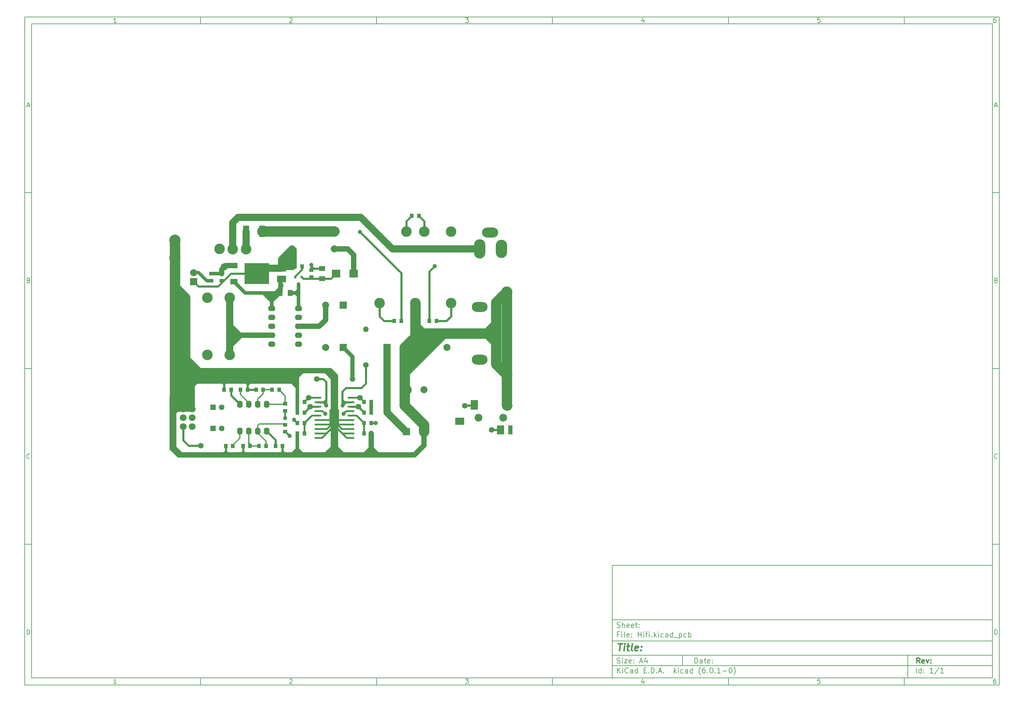
<source format=gtl>
G04 #@! TF.GenerationSoftware,KiCad,Pcbnew,(6.0.1-0)*
G04 #@! TF.CreationDate,2022-01-26T00:05:36+08:00*
G04 #@! TF.ProjectId,Hifi,48696669-2e6b-4696-9361-645f70636258,rev?*
G04 #@! TF.SameCoordinates,Original*
G04 #@! TF.FileFunction,Copper,L1,Top*
G04 #@! TF.FilePolarity,Positive*
%FSLAX46Y46*%
G04 Gerber Fmt 4.6, Leading zero omitted, Abs format (unit mm)*
G04 Created by KiCad (PCBNEW (6.0.1-0)) date 2022-01-26 00:05:36*
%MOMM*%
%LPD*%
G01*
G04 APERTURE LIST*
%ADD10C,0.100000*%
%ADD11C,0.150000*%
%ADD12C,0.300000*%
%ADD13C,0.400000*%
G04 #@! TA.AperFunction,SMDPad,CuDef*
%ADD14R,1.000000X1.250000*%
G04 #@! TD*
G04 #@! TA.AperFunction,ComponentPad*
%ADD15R,2.000000X2.000000*%
G04 #@! TD*
G04 #@! TA.AperFunction,ComponentPad*
%ADD16C,2.000000*%
G04 #@! TD*
G04 #@! TA.AperFunction,SMDPad,CuDef*
%ADD17R,1.800000X3.200000*%
G04 #@! TD*
G04 #@! TA.AperFunction,ComponentPad*
%ADD18C,1.600000*%
G04 #@! TD*
G04 #@! TA.AperFunction,ComponentPad*
%ADD19O,1.600000X1.600000*%
G04 #@! TD*
G04 #@! TA.AperFunction,SMDPad,CuDef*
%ADD20R,1.950000X0.600000*%
G04 #@! TD*
G04 #@! TA.AperFunction,ComponentPad*
%ADD21C,1.000000*%
G04 #@! TD*
G04 #@! TA.AperFunction,SMDPad,CuDef*
%ADD22R,2.800000X4.800000*%
G04 #@! TD*
G04 #@! TA.AperFunction,ComponentPad*
%ADD23O,1.600000X2.100000*%
G04 #@! TD*
G04 #@! TA.AperFunction,ComponentPad*
%ADD24O,2.000000X1.800000*%
G04 #@! TD*
G04 #@! TA.AperFunction,ComponentPad*
%ADD25O,3.000000X3.000000*%
G04 #@! TD*
G04 #@! TA.AperFunction,ComponentPad*
%ADD26O,2.200000X2.200000*%
G04 #@! TD*
G04 #@! TA.AperFunction,SMDPad,CuDef*
%ADD27R,2.000000X2.500000*%
G04 #@! TD*
G04 #@! TA.AperFunction,SMDPad,CuDef*
%ADD28R,2.000000X2.800000*%
G04 #@! TD*
G04 #@! TA.AperFunction,SMDPad,CuDef*
%ADD29R,2.500000X2.000000*%
G04 #@! TD*
G04 #@! TA.AperFunction,SMDPad,CuDef*
%ADD30R,1.200000X2.500000*%
G04 #@! TD*
G04 #@! TA.AperFunction,ComponentPad*
%ADD31C,3.200000*%
G04 #@! TD*
G04 #@! TA.AperFunction,ComponentPad*
%ADD32O,2.800000X4.500000*%
G04 #@! TD*
G04 #@! TA.AperFunction,ComponentPad*
%ADD33O,4.500000X2.800000*%
G04 #@! TD*
G04 #@! TA.AperFunction,ComponentPad*
%ADD34O,3.200000X5.500000*%
G04 #@! TD*
G04 #@! TA.AperFunction,ComponentPad*
%ADD35O,3.200000X5.200000*%
G04 #@! TD*
G04 #@! TA.AperFunction,ComponentPad*
%ADD36O,4.600000X2.800000*%
G04 #@! TD*
G04 #@! TA.AperFunction,ComponentPad*
%ADD37C,3.000000*%
G04 #@! TD*
G04 #@! TA.AperFunction,ComponentPad*
%ADD38O,2.100000X1.600000*%
G04 #@! TD*
G04 #@! TA.AperFunction,SMDPad,CuDef*
%ADD39R,2.000000X1.500000*%
G04 #@! TD*
G04 #@! TA.AperFunction,SMDPad,CuDef*
%ADD40R,7.000000X6.000000*%
G04 #@! TD*
G04 #@! TA.AperFunction,SMDPad,CuDef*
%ADD41R,1.250000X1.000000*%
G04 #@! TD*
G04 #@! TA.AperFunction,SMDPad,CuDef*
%ADD42R,2.370000X2.230000*%
G04 #@! TD*
G04 #@! TA.AperFunction,SMDPad,CuDef*
%ADD43R,1.700000X1.360000*%
G04 #@! TD*
G04 #@! TA.AperFunction,SMDPad,CuDef*
%ADD44R,1.360000X1.700000*%
G04 #@! TD*
G04 #@! TA.AperFunction,SMDPad,CuDef*
%ADD45R,0.800100X0.800100*%
G04 #@! TD*
G04 #@! TA.AperFunction,SMDPad,CuDef*
%ADD46R,2.499360X1.950720*%
G04 #@! TD*
G04 #@! TA.AperFunction,ComponentPad*
%ADD47R,1.600000X1.600000*%
G04 #@! TD*
G04 #@! TA.AperFunction,ViaPad*
%ADD48C,1.200000*%
G04 #@! TD*
G04 #@! TA.AperFunction,ViaPad*
%ADD49C,1.600000*%
G04 #@! TD*
G04 #@! TA.AperFunction,ViaPad*
%ADD50C,2.000000*%
G04 #@! TD*
G04 #@! TA.AperFunction,Conductor*
%ADD51C,0.254000*%
G04 #@! TD*
G04 #@! TA.AperFunction,Conductor*
%ADD52C,0.500000*%
G04 #@! TD*
G04 #@! TA.AperFunction,Conductor*
%ADD53C,1.000000*%
G04 #@! TD*
G04 #@! TA.AperFunction,Conductor*
%ADD54C,3.000000*%
G04 #@! TD*
G04 #@! TA.AperFunction,Conductor*
%ADD55C,1.500000*%
G04 #@! TD*
G04 #@! TA.AperFunction,Conductor*
%ADD56C,0.600000*%
G04 #@! TD*
G04 #@! TA.AperFunction,Conductor*
%ADD57C,1.200000*%
G04 #@! TD*
G04 #@! TA.AperFunction,Conductor*
%ADD58C,0.300000*%
G04 #@! TD*
G04 #@! TA.AperFunction,Conductor*
%ADD59C,2.000000*%
G04 #@! TD*
G04 APERTURE END LIST*
D10*
D11*
X177002200Y-166007200D02*
X177002200Y-198007200D01*
X285002200Y-198007200D01*
X285002200Y-166007200D01*
X177002200Y-166007200D01*
D10*
D11*
X10000000Y-10000000D02*
X10000000Y-200007200D01*
X287002200Y-200007200D01*
X287002200Y-10000000D01*
X10000000Y-10000000D01*
D10*
D11*
X12000000Y-12000000D02*
X12000000Y-198007200D01*
X285002200Y-198007200D01*
X285002200Y-12000000D01*
X12000000Y-12000000D01*
D10*
D11*
X60000000Y-12000000D02*
X60000000Y-10000000D01*
D10*
D11*
X110000000Y-12000000D02*
X110000000Y-10000000D01*
D10*
D11*
X160000000Y-12000000D02*
X160000000Y-10000000D01*
D10*
D11*
X210000000Y-12000000D02*
X210000000Y-10000000D01*
D10*
D11*
X260000000Y-12000000D02*
X260000000Y-10000000D01*
D10*
D11*
X36065476Y-11588095D02*
X35322619Y-11588095D01*
X35694047Y-11588095D02*
X35694047Y-10288095D01*
X35570238Y-10473809D01*
X35446428Y-10597619D01*
X35322619Y-10659523D01*
D10*
D11*
X85322619Y-10411904D02*
X85384523Y-10350000D01*
X85508333Y-10288095D01*
X85817857Y-10288095D01*
X85941666Y-10350000D01*
X86003571Y-10411904D01*
X86065476Y-10535714D01*
X86065476Y-10659523D01*
X86003571Y-10845238D01*
X85260714Y-11588095D01*
X86065476Y-11588095D01*
D10*
D11*
X135260714Y-10288095D02*
X136065476Y-10288095D01*
X135632142Y-10783333D01*
X135817857Y-10783333D01*
X135941666Y-10845238D01*
X136003571Y-10907142D01*
X136065476Y-11030952D01*
X136065476Y-11340476D01*
X136003571Y-11464285D01*
X135941666Y-11526190D01*
X135817857Y-11588095D01*
X135446428Y-11588095D01*
X135322619Y-11526190D01*
X135260714Y-11464285D01*
D10*
D11*
X185941666Y-10721428D02*
X185941666Y-11588095D01*
X185632142Y-10226190D02*
X185322619Y-11154761D01*
X186127380Y-11154761D01*
D10*
D11*
X236003571Y-10288095D02*
X235384523Y-10288095D01*
X235322619Y-10907142D01*
X235384523Y-10845238D01*
X235508333Y-10783333D01*
X235817857Y-10783333D01*
X235941666Y-10845238D01*
X236003571Y-10907142D01*
X236065476Y-11030952D01*
X236065476Y-11340476D01*
X236003571Y-11464285D01*
X235941666Y-11526190D01*
X235817857Y-11588095D01*
X235508333Y-11588095D01*
X235384523Y-11526190D01*
X235322619Y-11464285D01*
D10*
D11*
X285941666Y-10288095D02*
X285694047Y-10288095D01*
X285570238Y-10350000D01*
X285508333Y-10411904D01*
X285384523Y-10597619D01*
X285322619Y-10845238D01*
X285322619Y-11340476D01*
X285384523Y-11464285D01*
X285446428Y-11526190D01*
X285570238Y-11588095D01*
X285817857Y-11588095D01*
X285941666Y-11526190D01*
X286003571Y-11464285D01*
X286065476Y-11340476D01*
X286065476Y-11030952D01*
X286003571Y-10907142D01*
X285941666Y-10845238D01*
X285817857Y-10783333D01*
X285570238Y-10783333D01*
X285446428Y-10845238D01*
X285384523Y-10907142D01*
X285322619Y-11030952D01*
D10*
D11*
X60000000Y-198007200D02*
X60000000Y-200007200D01*
D10*
D11*
X110000000Y-198007200D02*
X110000000Y-200007200D01*
D10*
D11*
X160000000Y-198007200D02*
X160000000Y-200007200D01*
D10*
D11*
X210000000Y-198007200D02*
X210000000Y-200007200D01*
D10*
D11*
X260000000Y-198007200D02*
X260000000Y-200007200D01*
D10*
D11*
X36065476Y-199595295D02*
X35322619Y-199595295D01*
X35694047Y-199595295D02*
X35694047Y-198295295D01*
X35570238Y-198481009D01*
X35446428Y-198604819D01*
X35322619Y-198666723D01*
D10*
D11*
X85322619Y-198419104D02*
X85384523Y-198357200D01*
X85508333Y-198295295D01*
X85817857Y-198295295D01*
X85941666Y-198357200D01*
X86003571Y-198419104D01*
X86065476Y-198542914D01*
X86065476Y-198666723D01*
X86003571Y-198852438D01*
X85260714Y-199595295D01*
X86065476Y-199595295D01*
D10*
D11*
X135260714Y-198295295D02*
X136065476Y-198295295D01*
X135632142Y-198790533D01*
X135817857Y-198790533D01*
X135941666Y-198852438D01*
X136003571Y-198914342D01*
X136065476Y-199038152D01*
X136065476Y-199347676D01*
X136003571Y-199471485D01*
X135941666Y-199533390D01*
X135817857Y-199595295D01*
X135446428Y-199595295D01*
X135322619Y-199533390D01*
X135260714Y-199471485D01*
D10*
D11*
X185941666Y-198728628D02*
X185941666Y-199595295D01*
X185632142Y-198233390D02*
X185322619Y-199161961D01*
X186127380Y-199161961D01*
D10*
D11*
X236003571Y-198295295D02*
X235384523Y-198295295D01*
X235322619Y-198914342D01*
X235384523Y-198852438D01*
X235508333Y-198790533D01*
X235817857Y-198790533D01*
X235941666Y-198852438D01*
X236003571Y-198914342D01*
X236065476Y-199038152D01*
X236065476Y-199347676D01*
X236003571Y-199471485D01*
X235941666Y-199533390D01*
X235817857Y-199595295D01*
X235508333Y-199595295D01*
X235384523Y-199533390D01*
X235322619Y-199471485D01*
D10*
D11*
X285941666Y-198295295D02*
X285694047Y-198295295D01*
X285570238Y-198357200D01*
X285508333Y-198419104D01*
X285384523Y-198604819D01*
X285322619Y-198852438D01*
X285322619Y-199347676D01*
X285384523Y-199471485D01*
X285446428Y-199533390D01*
X285570238Y-199595295D01*
X285817857Y-199595295D01*
X285941666Y-199533390D01*
X286003571Y-199471485D01*
X286065476Y-199347676D01*
X286065476Y-199038152D01*
X286003571Y-198914342D01*
X285941666Y-198852438D01*
X285817857Y-198790533D01*
X285570238Y-198790533D01*
X285446428Y-198852438D01*
X285384523Y-198914342D01*
X285322619Y-199038152D01*
D10*
D11*
X10000000Y-60000000D02*
X12000000Y-60000000D01*
D10*
D11*
X10000000Y-110000000D02*
X12000000Y-110000000D01*
D10*
D11*
X10000000Y-160000000D02*
X12000000Y-160000000D01*
D10*
D11*
X10690476Y-35216666D02*
X11309523Y-35216666D01*
X10566666Y-35588095D02*
X11000000Y-34288095D01*
X11433333Y-35588095D01*
D10*
D11*
X11092857Y-84907142D02*
X11278571Y-84969047D01*
X11340476Y-85030952D01*
X11402380Y-85154761D01*
X11402380Y-85340476D01*
X11340476Y-85464285D01*
X11278571Y-85526190D01*
X11154761Y-85588095D01*
X10659523Y-85588095D01*
X10659523Y-84288095D01*
X11092857Y-84288095D01*
X11216666Y-84350000D01*
X11278571Y-84411904D01*
X11340476Y-84535714D01*
X11340476Y-84659523D01*
X11278571Y-84783333D01*
X11216666Y-84845238D01*
X11092857Y-84907142D01*
X10659523Y-84907142D01*
D10*
D11*
X11402380Y-135464285D02*
X11340476Y-135526190D01*
X11154761Y-135588095D01*
X11030952Y-135588095D01*
X10845238Y-135526190D01*
X10721428Y-135402380D01*
X10659523Y-135278571D01*
X10597619Y-135030952D01*
X10597619Y-134845238D01*
X10659523Y-134597619D01*
X10721428Y-134473809D01*
X10845238Y-134350000D01*
X11030952Y-134288095D01*
X11154761Y-134288095D01*
X11340476Y-134350000D01*
X11402380Y-134411904D01*
D10*
D11*
X10659523Y-185588095D02*
X10659523Y-184288095D01*
X10969047Y-184288095D01*
X11154761Y-184350000D01*
X11278571Y-184473809D01*
X11340476Y-184597619D01*
X11402380Y-184845238D01*
X11402380Y-185030952D01*
X11340476Y-185278571D01*
X11278571Y-185402380D01*
X11154761Y-185526190D01*
X10969047Y-185588095D01*
X10659523Y-185588095D01*
D10*
D11*
X287002200Y-60000000D02*
X285002200Y-60000000D01*
D10*
D11*
X287002200Y-110000000D02*
X285002200Y-110000000D01*
D10*
D11*
X287002200Y-160000000D02*
X285002200Y-160000000D01*
D10*
D11*
X285692676Y-35216666D02*
X286311723Y-35216666D01*
X285568866Y-35588095D02*
X286002200Y-34288095D01*
X286435533Y-35588095D01*
D10*
D11*
X286095057Y-84907142D02*
X286280771Y-84969047D01*
X286342676Y-85030952D01*
X286404580Y-85154761D01*
X286404580Y-85340476D01*
X286342676Y-85464285D01*
X286280771Y-85526190D01*
X286156961Y-85588095D01*
X285661723Y-85588095D01*
X285661723Y-84288095D01*
X286095057Y-84288095D01*
X286218866Y-84350000D01*
X286280771Y-84411904D01*
X286342676Y-84535714D01*
X286342676Y-84659523D01*
X286280771Y-84783333D01*
X286218866Y-84845238D01*
X286095057Y-84907142D01*
X285661723Y-84907142D01*
D10*
D11*
X286404580Y-135464285D02*
X286342676Y-135526190D01*
X286156961Y-135588095D01*
X286033152Y-135588095D01*
X285847438Y-135526190D01*
X285723628Y-135402380D01*
X285661723Y-135278571D01*
X285599819Y-135030952D01*
X285599819Y-134845238D01*
X285661723Y-134597619D01*
X285723628Y-134473809D01*
X285847438Y-134350000D01*
X286033152Y-134288095D01*
X286156961Y-134288095D01*
X286342676Y-134350000D01*
X286404580Y-134411904D01*
D10*
D11*
X285661723Y-185588095D02*
X285661723Y-184288095D01*
X285971247Y-184288095D01*
X286156961Y-184350000D01*
X286280771Y-184473809D01*
X286342676Y-184597619D01*
X286404580Y-184845238D01*
X286404580Y-185030952D01*
X286342676Y-185278571D01*
X286280771Y-185402380D01*
X286156961Y-185526190D01*
X285971247Y-185588095D01*
X285661723Y-185588095D01*
D10*
D11*
X200434342Y-193785771D02*
X200434342Y-192285771D01*
X200791485Y-192285771D01*
X201005771Y-192357200D01*
X201148628Y-192500057D01*
X201220057Y-192642914D01*
X201291485Y-192928628D01*
X201291485Y-193142914D01*
X201220057Y-193428628D01*
X201148628Y-193571485D01*
X201005771Y-193714342D01*
X200791485Y-193785771D01*
X200434342Y-193785771D01*
X202577200Y-193785771D02*
X202577200Y-193000057D01*
X202505771Y-192857200D01*
X202362914Y-192785771D01*
X202077200Y-192785771D01*
X201934342Y-192857200D01*
X202577200Y-193714342D02*
X202434342Y-193785771D01*
X202077200Y-193785771D01*
X201934342Y-193714342D01*
X201862914Y-193571485D01*
X201862914Y-193428628D01*
X201934342Y-193285771D01*
X202077200Y-193214342D01*
X202434342Y-193214342D01*
X202577200Y-193142914D01*
X203077200Y-192785771D02*
X203648628Y-192785771D01*
X203291485Y-192285771D02*
X203291485Y-193571485D01*
X203362914Y-193714342D01*
X203505771Y-193785771D01*
X203648628Y-193785771D01*
X204720057Y-193714342D02*
X204577200Y-193785771D01*
X204291485Y-193785771D01*
X204148628Y-193714342D01*
X204077200Y-193571485D01*
X204077200Y-193000057D01*
X204148628Y-192857200D01*
X204291485Y-192785771D01*
X204577200Y-192785771D01*
X204720057Y-192857200D01*
X204791485Y-193000057D01*
X204791485Y-193142914D01*
X204077200Y-193285771D01*
X205434342Y-193642914D02*
X205505771Y-193714342D01*
X205434342Y-193785771D01*
X205362914Y-193714342D01*
X205434342Y-193642914D01*
X205434342Y-193785771D01*
X205434342Y-192857200D02*
X205505771Y-192928628D01*
X205434342Y-193000057D01*
X205362914Y-192928628D01*
X205434342Y-192857200D01*
X205434342Y-193000057D01*
D10*
D11*
X177002200Y-194507200D02*
X285002200Y-194507200D01*
D10*
D11*
X178434342Y-196585771D02*
X178434342Y-195085771D01*
X179291485Y-196585771D02*
X178648628Y-195728628D01*
X179291485Y-195085771D02*
X178434342Y-195942914D01*
X179934342Y-196585771D02*
X179934342Y-195585771D01*
X179934342Y-195085771D02*
X179862914Y-195157200D01*
X179934342Y-195228628D01*
X180005771Y-195157200D01*
X179934342Y-195085771D01*
X179934342Y-195228628D01*
X181505771Y-196442914D02*
X181434342Y-196514342D01*
X181220057Y-196585771D01*
X181077200Y-196585771D01*
X180862914Y-196514342D01*
X180720057Y-196371485D01*
X180648628Y-196228628D01*
X180577200Y-195942914D01*
X180577200Y-195728628D01*
X180648628Y-195442914D01*
X180720057Y-195300057D01*
X180862914Y-195157200D01*
X181077200Y-195085771D01*
X181220057Y-195085771D01*
X181434342Y-195157200D01*
X181505771Y-195228628D01*
X182791485Y-196585771D02*
X182791485Y-195800057D01*
X182720057Y-195657200D01*
X182577200Y-195585771D01*
X182291485Y-195585771D01*
X182148628Y-195657200D01*
X182791485Y-196514342D02*
X182648628Y-196585771D01*
X182291485Y-196585771D01*
X182148628Y-196514342D01*
X182077200Y-196371485D01*
X182077200Y-196228628D01*
X182148628Y-196085771D01*
X182291485Y-196014342D01*
X182648628Y-196014342D01*
X182791485Y-195942914D01*
X184148628Y-196585771D02*
X184148628Y-195085771D01*
X184148628Y-196514342D02*
X184005771Y-196585771D01*
X183720057Y-196585771D01*
X183577200Y-196514342D01*
X183505771Y-196442914D01*
X183434342Y-196300057D01*
X183434342Y-195871485D01*
X183505771Y-195728628D01*
X183577200Y-195657200D01*
X183720057Y-195585771D01*
X184005771Y-195585771D01*
X184148628Y-195657200D01*
X186005771Y-195800057D02*
X186505771Y-195800057D01*
X186720057Y-196585771D02*
X186005771Y-196585771D01*
X186005771Y-195085771D01*
X186720057Y-195085771D01*
X187362914Y-196442914D02*
X187434342Y-196514342D01*
X187362914Y-196585771D01*
X187291485Y-196514342D01*
X187362914Y-196442914D01*
X187362914Y-196585771D01*
X188077200Y-196585771D02*
X188077200Y-195085771D01*
X188434342Y-195085771D01*
X188648628Y-195157200D01*
X188791485Y-195300057D01*
X188862914Y-195442914D01*
X188934342Y-195728628D01*
X188934342Y-195942914D01*
X188862914Y-196228628D01*
X188791485Y-196371485D01*
X188648628Y-196514342D01*
X188434342Y-196585771D01*
X188077200Y-196585771D01*
X189577200Y-196442914D02*
X189648628Y-196514342D01*
X189577200Y-196585771D01*
X189505771Y-196514342D01*
X189577200Y-196442914D01*
X189577200Y-196585771D01*
X190220057Y-196157200D02*
X190934342Y-196157200D01*
X190077200Y-196585771D02*
X190577200Y-195085771D01*
X191077200Y-196585771D01*
X191577200Y-196442914D02*
X191648628Y-196514342D01*
X191577200Y-196585771D01*
X191505771Y-196514342D01*
X191577200Y-196442914D01*
X191577200Y-196585771D01*
X194577200Y-196585771D02*
X194577200Y-195085771D01*
X194720057Y-196014342D02*
X195148628Y-196585771D01*
X195148628Y-195585771D02*
X194577200Y-196157200D01*
X195791485Y-196585771D02*
X195791485Y-195585771D01*
X195791485Y-195085771D02*
X195720057Y-195157200D01*
X195791485Y-195228628D01*
X195862914Y-195157200D01*
X195791485Y-195085771D01*
X195791485Y-195228628D01*
X197148628Y-196514342D02*
X197005771Y-196585771D01*
X196720057Y-196585771D01*
X196577200Y-196514342D01*
X196505771Y-196442914D01*
X196434342Y-196300057D01*
X196434342Y-195871485D01*
X196505771Y-195728628D01*
X196577200Y-195657200D01*
X196720057Y-195585771D01*
X197005771Y-195585771D01*
X197148628Y-195657200D01*
X198434342Y-196585771D02*
X198434342Y-195800057D01*
X198362914Y-195657200D01*
X198220057Y-195585771D01*
X197934342Y-195585771D01*
X197791485Y-195657200D01*
X198434342Y-196514342D02*
X198291485Y-196585771D01*
X197934342Y-196585771D01*
X197791485Y-196514342D01*
X197720057Y-196371485D01*
X197720057Y-196228628D01*
X197791485Y-196085771D01*
X197934342Y-196014342D01*
X198291485Y-196014342D01*
X198434342Y-195942914D01*
X199791485Y-196585771D02*
X199791485Y-195085771D01*
X199791485Y-196514342D02*
X199648628Y-196585771D01*
X199362914Y-196585771D01*
X199220057Y-196514342D01*
X199148628Y-196442914D01*
X199077200Y-196300057D01*
X199077200Y-195871485D01*
X199148628Y-195728628D01*
X199220057Y-195657200D01*
X199362914Y-195585771D01*
X199648628Y-195585771D01*
X199791485Y-195657200D01*
X202077200Y-197157200D02*
X202005771Y-197085771D01*
X201862914Y-196871485D01*
X201791485Y-196728628D01*
X201720057Y-196514342D01*
X201648628Y-196157200D01*
X201648628Y-195871485D01*
X201720057Y-195514342D01*
X201791485Y-195300057D01*
X201862914Y-195157200D01*
X202005771Y-194942914D01*
X202077200Y-194871485D01*
X203291485Y-195085771D02*
X203005771Y-195085771D01*
X202862914Y-195157200D01*
X202791485Y-195228628D01*
X202648628Y-195442914D01*
X202577200Y-195728628D01*
X202577200Y-196300057D01*
X202648628Y-196442914D01*
X202720057Y-196514342D01*
X202862914Y-196585771D01*
X203148628Y-196585771D01*
X203291485Y-196514342D01*
X203362914Y-196442914D01*
X203434342Y-196300057D01*
X203434342Y-195942914D01*
X203362914Y-195800057D01*
X203291485Y-195728628D01*
X203148628Y-195657200D01*
X202862914Y-195657200D01*
X202720057Y-195728628D01*
X202648628Y-195800057D01*
X202577200Y-195942914D01*
X204077200Y-196442914D02*
X204148628Y-196514342D01*
X204077200Y-196585771D01*
X204005771Y-196514342D01*
X204077200Y-196442914D01*
X204077200Y-196585771D01*
X205077200Y-195085771D02*
X205220057Y-195085771D01*
X205362914Y-195157200D01*
X205434342Y-195228628D01*
X205505771Y-195371485D01*
X205577200Y-195657200D01*
X205577200Y-196014342D01*
X205505771Y-196300057D01*
X205434342Y-196442914D01*
X205362914Y-196514342D01*
X205220057Y-196585771D01*
X205077200Y-196585771D01*
X204934342Y-196514342D01*
X204862914Y-196442914D01*
X204791485Y-196300057D01*
X204720057Y-196014342D01*
X204720057Y-195657200D01*
X204791485Y-195371485D01*
X204862914Y-195228628D01*
X204934342Y-195157200D01*
X205077200Y-195085771D01*
X206220057Y-196442914D02*
X206291485Y-196514342D01*
X206220057Y-196585771D01*
X206148628Y-196514342D01*
X206220057Y-196442914D01*
X206220057Y-196585771D01*
X207720057Y-196585771D02*
X206862914Y-196585771D01*
X207291485Y-196585771D02*
X207291485Y-195085771D01*
X207148628Y-195300057D01*
X207005771Y-195442914D01*
X206862914Y-195514342D01*
X208362914Y-196014342D02*
X209505771Y-196014342D01*
X210505771Y-195085771D02*
X210648628Y-195085771D01*
X210791485Y-195157200D01*
X210862914Y-195228628D01*
X210934342Y-195371485D01*
X211005771Y-195657200D01*
X211005771Y-196014342D01*
X210934342Y-196300057D01*
X210862914Y-196442914D01*
X210791485Y-196514342D01*
X210648628Y-196585771D01*
X210505771Y-196585771D01*
X210362914Y-196514342D01*
X210291485Y-196442914D01*
X210220057Y-196300057D01*
X210148628Y-196014342D01*
X210148628Y-195657200D01*
X210220057Y-195371485D01*
X210291485Y-195228628D01*
X210362914Y-195157200D01*
X210505771Y-195085771D01*
X211505771Y-197157200D02*
X211577200Y-197085771D01*
X211720057Y-196871485D01*
X211791485Y-196728628D01*
X211862914Y-196514342D01*
X211934342Y-196157200D01*
X211934342Y-195871485D01*
X211862914Y-195514342D01*
X211791485Y-195300057D01*
X211720057Y-195157200D01*
X211577200Y-194942914D01*
X211505771Y-194871485D01*
D10*
D11*
X177002200Y-191507200D02*
X285002200Y-191507200D01*
D10*
D12*
X264411485Y-193785771D02*
X263911485Y-193071485D01*
X263554342Y-193785771D02*
X263554342Y-192285771D01*
X264125771Y-192285771D01*
X264268628Y-192357200D01*
X264340057Y-192428628D01*
X264411485Y-192571485D01*
X264411485Y-192785771D01*
X264340057Y-192928628D01*
X264268628Y-193000057D01*
X264125771Y-193071485D01*
X263554342Y-193071485D01*
X265625771Y-193714342D02*
X265482914Y-193785771D01*
X265197200Y-193785771D01*
X265054342Y-193714342D01*
X264982914Y-193571485D01*
X264982914Y-193000057D01*
X265054342Y-192857200D01*
X265197200Y-192785771D01*
X265482914Y-192785771D01*
X265625771Y-192857200D01*
X265697200Y-193000057D01*
X265697200Y-193142914D01*
X264982914Y-193285771D01*
X266197200Y-192785771D02*
X266554342Y-193785771D01*
X266911485Y-192785771D01*
X267482914Y-193642914D02*
X267554342Y-193714342D01*
X267482914Y-193785771D01*
X267411485Y-193714342D01*
X267482914Y-193642914D01*
X267482914Y-193785771D01*
X267482914Y-192857200D02*
X267554342Y-192928628D01*
X267482914Y-193000057D01*
X267411485Y-192928628D01*
X267482914Y-192857200D01*
X267482914Y-193000057D01*
D10*
D11*
X178362914Y-193714342D02*
X178577200Y-193785771D01*
X178934342Y-193785771D01*
X179077200Y-193714342D01*
X179148628Y-193642914D01*
X179220057Y-193500057D01*
X179220057Y-193357200D01*
X179148628Y-193214342D01*
X179077200Y-193142914D01*
X178934342Y-193071485D01*
X178648628Y-193000057D01*
X178505771Y-192928628D01*
X178434342Y-192857200D01*
X178362914Y-192714342D01*
X178362914Y-192571485D01*
X178434342Y-192428628D01*
X178505771Y-192357200D01*
X178648628Y-192285771D01*
X179005771Y-192285771D01*
X179220057Y-192357200D01*
X179862914Y-193785771D02*
X179862914Y-192785771D01*
X179862914Y-192285771D02*
X179791485Y-192357200D01*
X179862914Y-192428628D01*
X179934342Y-192357200D01*
X179862914Y-192285771D01*
X179862914Y-192428628D01*
X180434342Y-192785771D02*
X181220057Y-192785771D01*
X180434342Y-193785771D01*
X181220057Y-193785771D01*
X182362914Y-193714342D02*
X182220057Y-193785771D01*
X181934342Y-193785771D01*
X181791485Y-193714342D01*
X181720057Y-193571485D01*
X181720057Y-193000057D01*
X181791485Y-192857200D01*
X181934342Y-192785771D01*
X182220057Y-192785771D01*
X182362914Y-192857200D01*
X182434342Y-193000057D01*
X182434342Y-193142914D01*
X181720057Y-193285771D01*
X183077200Y-193642914D02*
X183148628Y-193714342D01*
X183077200Y-193785771D01*
X183005771Y-193714342D01*
X183077200Y-193642914D01*
X183077200Y-193785771D01*
X183077200Y-192857200D02*
X183148628Y-192928628D01*
X183077200Y-193000057D01*
X183005771Y-192928628D01*
X183077200Y-192857200D01*
X183077200Y-193000057D01*
X184862914Y-193357200D02*
X185577200Y-193357200D01*
X184720057Y-193785771D02*
X185220057Y-192285771D01*
X185720057Y-193785771D01*
X186862914Y-192785771D02*
X186862914Y-193785771D01*
X186505771Y-192214342D02*
X186148628Y-193285771D01*
X187077200Y-193285771D01*
D10*
D11*
X263434342Y-196585771D02*
X263434342Y-195085771D01*
X264791485Y-196585771D02*
X264791485Y-195085771D01*
X264791485Y-196514342D02*
X264648628Y-196585771D01*
X264362914Y-196585771D01*
X264220057Y-196514342D01*
X264148628Y-196442914D01*
X264077200Y-196300057D01*
X264077200Y-195871485D01*
X264148628Y-195728628D01*
X264220057Y-195657200D01*
X264362914Y-195585771D01*
X264648628Y-195585771D01*
X264791485Y-195657200D01*
X265505771Y-196442914D02*
X265577200Y-196514342D01*
X265505771Y-196585771D01*
X265434342Y-196514342D01*
X265505771Y-196442914D01*
X265505771Y-196585771D01*
X265505771Y-195657200D02*
X265577200Y-195728628D01*
X265505771Y-195800057D01*
X265434342Y-195728628D01*
X265505771Y-195657200D01*
X265505771Y-195800057D01*
X268148628Y-196585771D02*
X267291485Y-196585771D01*
X267720057Y-196585771D02*
X267720057Y-195085771D01*
X267577200Y-195300057D01*
X267434342Y-195442914D01*
X267291485Y-195514342D01*
X269862914Y-195014342D02*
X268577200Y-196942914D01*
X271148628Y-196585771D02*
X270291485Y-196585771D01*
X270720057Y-196585771D02*
X270720057Y-195085771D01*
X270577200Y-195300057D01*
X270434342Y-195442914D01*
X270291485Y-195514342D01*
D10*
D11*
X177002200Y-187507200D02*
X285002200Y-187507200D01*
D10*
D13*
X178714580Y-188211961D02*
X179857438Y-188211961D01*
X179036009Y-190211961D02*
X179286009Y-188211961D01*
X180274104Y-190211961D02*
X180440771Y-188878628D01*
X180524104Y-188211961D02*
X180416961Y-188307200D01*
X180500295Y-188402438D01*
X180607438Y-188307200D01*
X180524104Y-188211961D01*
X180500295Y-188402438D01*
X181107438Y-188878628D02*
X181869342Y-188878628D01*
X181476485Y-188211961D02*
X181262200Y-189926247D01*
X181333628Y-190116723D01*
X181512200Y-190211961D01*
X181702676Y-190211961D01*
X182655057Y-190211961D02*
X182476485Y-190116723D01*
X182405057Y-189926247D01*
X182619342Y-188211961D01*
X184190771Y-190116723D02*
X183988390Y-190211961D01*
X183607438Y-190211961D01*
X183428866Y-190116723D01*
X183357438Y-189926247D01*
X183452676Y-189164342D01*
X183571723Y-188973866D01*
X183774104Y-188878628D01*
X184155057Y-188878628D01*
X184333628Y-188973866D01*
X184405057Y-189164342D01*
X184381247Y-189354819D01*
X183405057Y-189545295D01*
X185155057Y-190021485D02*
X185238390Y-190116723D01*
X185131247Y-190211961D01*
X185047914Y-190116723D01*
X185155057Y-190021485D01*
X185131247Y-190211961D01*
X185286009Y-188973866D02*
X185369342Y-189069104D01*
X185262200Y-189164342D01*
X185178866Y-189069104D01*
X185286009Y-188973866D01*
X185262200Y-189164342D01*
D10*
D11*
X178934342Y-185600057D02*
X178434342Y-185600057D01*
X178434342Y-186385771D02*
X178434342Y-184885771D01*
X179148628Y-184885771D01*
X179720057Y-186385771D02*
X179720057Y-185385771D01*
X179720057Y-184885771D02*
X179648628Y-184957200D01*
X179720057Y-185028628D01*
X179791485Y-184957200D01*
X179720057Y-184885771D01*
X179720057Y-185028628D01*
X180648628Y-186385771D02*
X180505771Y-186314342D01*
X180434342Y-186171485D01*
X180434342Y-184885771D01*
X181791485Y-186314342D02*
X181648628Y-186385771D01*
X181362914Y-186385771D01*
X181220057Y-186314342D01*
X181148628Y-186171485D01*
X181148628Y-185600057D01*
X181220057Y-185457200D01*
X181362914Y-185385771D01*
X181648628Y-185385771D01*
X181791485Y-185457200D01*
X181862914Y-185600057D01*
X181862914Y-185742914D01*
X181148628Y-185885771D01*
X182505771Y-186242914D02*
X182577200Y-186314342D01*
X182505771Y-186385771D01*
X182434342Y-186314342D01*
X182505771Y-186242914D01*
X182505771Y-186385771D01*
X182505771Y-185457200D02*
X182577200Y-185528628D01*
X182505771Y-185600057D01*
X182434342Y-185528628D01*
X182505771Y-185457200D01*
X182505771Y-185600057D01*
X184362914Y-186385771D02*
X184362914Y-184885771D01*
X184362914Y-185600057D02*
X185220057Y-185600057D01*
X185220057Y-186385771D02*
X185220057Y-184885771D01*
X185934342Y-186385771D02*
X185934342Y-185385771D01*
X185934342Y-184885771D02*
X185862914Y-184957200D01*
X185934342Y-185028628D01*
X186005771Y-184957200D01*
X185934342Y-184885771D01*
X185934342Y-185028628D01*
X186434342Y-185385771D02*
X187005771Y-185385771D01*
X186648628Y-186385771D02*
X186648628Y-185100057D01*
X186720057Y-184957200D01*
X186862914Y-184885771D01*
X187005771Y-184885771D01*
X187505771Y-186385771D02*
X187505771Y-185385771D01*
X187505771Y-184885771D02*
X187434342Y-184957200D01*
X187505771Y-185028628D01*
X187577200Y-184957200D01*
X187505771Y-184885771D01*
X187505771Y-185028628D01*
X188220057Y-186242914D02*
X188291485Y-186314342D01*
X188220057Y-186385771D01*
X188148628Y-186314342D01*
X188220057Y-186242914D01*
X188220057Y-186385771D01*
X188934342Y-186385771D02*
X188934342Y-184885771D01*
X189077200Y-185814342D02*
X189505771Y-186385771D01*
X189505771Y-185385771D02*
X188934342Y-185957200D01*
X190148628Y-186385771D02*
X190148628Y-185385771D01*
X190148628Y-184885771D02*
X190077200Y-184957200D01*
X190148628Y-185028628D01*
X190220057Y-184957200D01*
X190148628Y-184885771D01*
X190148628Y-185028628D01*
X191505771Y-186314342D02*
X191362914Y-186385771D01*
X191077200Y-186385771D01*
X190934342Y-186314342D01*
X190862914Y-186242914D01*
X190791485Y-186100057D01*
X190791485Y-185671485D01*
X190862914Y-185528628D01*
X190934342Y-185457200D01*
X191077200Y-185385771D01*
X191362914Y-185385771D01*
X191505771Y-185457200D01*
X192791485Y-186385771D02*
X192791485Y-185600057D01*
X192720057Y-185457200D01*
X192577200Y-185385771D01*
X192291485Y-185385771D01*
X192148628Y-185457200D01*
X192791485Y-186314342D02*
X192648628Y-186385771D01*
X192291485Y-186385771D01*
X192148628Y-186314342D01*
X192077200Y-186171485D01*
X192077200Y-186028628D01*
X192148628Y-185885771D01*
X192291485Y-185814342D01*
X192648628Y-185814342D01*
X192791485Y-185742914D01*
X194148628Y-186385771D02*
X194148628Y-184885771D01*
X194148628Y-186314342D02*
X194005771Y-186385771D01*
X193720057Y-186385771D01*
X193577200Y-186314342D01*
X193505771Y-186242914D01*
X193434342Y-186100057D01*
X193434342Y-185671485D01*
X193505771Y-185528628D01*
X193577200Y-185457200D01*
X193720057Y-185385771D01*
X194005771Y-185385771D01*
X194148628Y-185457200D01*
X194505771Y-186528628D02*
X195648628Y-186528628D01*
X196005771Y-185385771D02*
X196005771Y-186885771D01*
X196005771Y-185457200D02*
X196148628Y-185385771D01*
X196434342Y-185385771D01*
X196577200Y-185457200D01*
X196648628Y-185528628D01*
X196720057Y-185671485D01*
X196720057Y-186100057D01*
X196648628Y-186242914D01*
X196577200Y-186314342D01*
X196434342Y-186385771D01*
X196148628Y-186385771D01*
X196005771Y-186314342D01*
X198005771Y-186314342D02*
X197862914Y-186385771D01*
X197577200Y-186385771D01*
X197434342Y-186314342D01*
X197362914Y-186242914D01*
X197291485Y-186100057D01*
X197291485Y-185671485D01*
X197362914Y-185528628D01*
X197434342Y-185457200D01*
X197577200Y-185385771D01*
X197862914Y-185385771D01*
X198005771Y-185457200D01*
X198648628Y-186385771D02*
X198648628Y-184885771D01*
X198648628Y-185457200D02*
X198791485Y-185385771D01*
X199077200Y-185385771D01*
X199220057Y-185457200D01*
X199291485Y-185528628D01*
X199362914Y-185671485D01*
X199362914Y-186100057D01*
X199291485Y-186242914D01*
X199220057Y-186314342D01*
X199077200Y-186385771D01*
X198791485Y-186385771D01*
X198648628Y-186314342D01*
D10*
D11*
X177002200Y-181507200D02*
X285002200Y-181507200D01*
D10*
D11*
X178362914Y-183614342D02*
X178577200Y-183685771D01*
X178934342Y-183685771D01*
X179077200Y-183614342D01*
X179148628Y-183542914D01*
X179220057Y-183400057D01*
X179220057Y-183257200D01*
X179148628Y-183114342D01*
X179077200Y-183042914D01*
X178934342Y-182971485D01*
X178648628Y-182900057D01*
X178505771Y-182828628D01*
X178434342Y-182757200D01*
X178362914Y-182614342D01*
X178362914Y-182471485D01*
X178434342Y-182328628D01*
X178505771Y-182257200D01*
X178648628Y-182185771D01*
X179005771Y-182185771D01*
X179220057Y-182257200D01*
X179862914Y-183685771D02*
X179862914Y-182185771D01*
X180505771Y-183685771D02*
X180505771Y-182900057D01*
X180434342Y-182757200D01*
X180291485Y-182685771D01*
X180077200Y-182685771D01*
X179934342Y-182757200D01*
X179862914Y-182828628D01*
X181791485Y-183614342D02*
X181648628Y-183685771D01*
X181362914Y-183685771D01*
X181220057Y-183614342D01*
X181148628Y-183471485D01*
X181148628Y-182900057D01*
X181220057Y-182757200D01*
X181362914Y-182685771D01*
X181648628Y-182685771D01*
X181791485Y-182757200D01*
X181862914Y-182900057D01*
X181862914Y-183042914D01*
X181148628Y-183185771D01*
X183077200Y-183614342D02*
X182934342Y-183685771D01*
X182648628Y-183685771D01*
X182505771Y-183614342D01*
X182434342Y-183471485D01*
X182434342Y-182900057D01*
X182505771Y-182757200D01*
X182648628Y-182685771D01*
X182934342Y-182685771D01*
X183077200Y-182757200D01*
X183148628Y-182900057D01*
X183148628Y-183042914D01*
X182434342Y-183185771D01*
X183577200Y-182685771D02*
X184148628Y-182685771D01*
X183791485Y-182185771D02*
X183791485Y-183471485D01*
X183862914Y-183614342D01*
X184005771Y-183685771D01*
X184148628Y-183685771D01*
X184648628Y-183542914D02*
X184720057Y-183614342D01*
X184648628Y-183685771D01*
X184577200Y-183614342D01*
X184648628Y-183542914D01*
X184648628Y-183685771D01*
X184648628Y-182757200D02*
X184720057Y-182828628D01*
X184648628Y-182900057D01*
X184577200Y-182828628D01*
X184648628Y-182757200D01*
X184648628Y-182900057D01*
D10*
D12*
D10*
D11*
D10*
D11*
D10*
D11*
D10*
D11*
D10*
D11*
X197002200Y-191507200D02*
X197002200Y-194507200D01*
D10*
D11*
X261002200Y-191507200D02*
X261002200Y-198007200D01*
D14*
X122000000Y-66600000D03*
X120000000Y-66600000D03*
X125000000Y-96500000D03*
X127000000Y-96500000D03*
X115000000Y-96500000D03*
X117000000Y-96500000D03*
D15*
X125000000Y-104000000D03*
D16*
X130000000Y-104000000D03*
D15*
X113000000Y-104000000D03*
D16*
X118000000Y-104000000D03*
D14*
X68660000Y-116000000D03*
X66660000Y-116000000D03*
X83300000Y-132000000D03*
X81300000Y-132000000D03*
D17*
X72970000Y-71000000D03*
X77470000Y-71000000D03*
D14*
X67150000Y-132000000D03*
X69150000Y-132000000D03*
X73320000Y-116000000D03*
X71320000Y-116000000D03*
X75770000Y-116000000D03*
X77770000Y-116000000D03*
X72070000Y-132000000D03*
X74070000Y-132000000D03*
X76600000Y-132000000D03*
X78600000Y-132000000D03*
X80290000Y-116000000D03*
X82290000Y-116000000D03*
X89500000Y-128500000D03*
X87500000Y-128500000D03*
X89500000Y-125500000D03*
X87500000Y-125500000D03*
D18*
X92960000Y-113000000D03*
D19*
X103120000Y-113000000D03*
D18*
X107000000Y-109000000D03*
D19*
X107000000Y-98840000D03*
D14*
X108500000Y-125500000D03*
X106500000Y-125500000D03*
X106500000Y-128500000D03*
X108500000Y-128500000D03*
D20*
X93300000Y-118285000D03*
X93300000Y-119555000D03*
X93300000Y-120825000D03*
X93300000Y-122095000D03*
X93300000Y-123365000D03*
X93300000Y-124635000D03*
X93300000Y-125905000D03*
X93300000Y-127175000D03*
X93300000Y-128445000D03*
X93300000Y-129715000D03*
D21*
X97450000Y-125650000D03*
X97450000Y-124550000D03*
X98550000Y-125650000D03*
X98550000Y-124550000D03*
D22*
X98000000Y-124000000D03*
D21*
X98550000Y-123450000D03*
X97450000Y-123450000D03*
X97450000Y-122350000D03*
X98550000Y-122350000D03*
D20*
X102700000Y-129715000D03*
X102700000Y-128445000D03*
X102700000Y-127175000D03*
X102700000Y-125905000D03*
X102700000Y-124635000D03*
X102700000Y-123365000D03*
X102700000Y-122095000D03*
X102700000Y-120825000D03*
X102700000Y-119555000D03*
X102700000Y-118285000D03*
D23*
X78810000Y-120190000D03*
X76270000Y-120190000D03*
X73730000Y-120190000D03*
X71190000Y-120190000D03*
X71190000Y-127810000D03*
X73730000Y-127810000D03*
X76270000Y-127810000D03*
X78810000Y-127810000D03*
D24*
X55100000Y-121500000D03*
X55100000Y-124000000D03*
X55100000Y-126500000D03*
X57600000Y-121500000D03*
X57600000Y-124000000D03*
X57600000Y-126500000D03*
D25*
X123540000Y-71040000D03*
X118460000Y-71040000D03*
X110840000Y-91360000D03*
X121000000Y-91360000D03*
X131160000Y-91360000D03*
X131160000Y-71040000D03*
X55550000Y-89885000D03*
X61900000Y-89885000D03*
X68250000Y-89885000D03*
X68250000Y-106115000D03*
X61900000Y-106115000D03*
X55550000Y-106115000D03*
D26*
X139000000Y-124000000D03*
X146000000Y-124000000D03*
D27*
X147100000Y-120550000D03*
D28*
X137800000Y-120300000D03*
D27*
X145200000Y-127450000D03*
D29*
X133600000Y-125000000D03*
D30*
X148000000Y-127450000D03*
D31*
X147000000Y-88250000D03*
D32*
X144000000Y-92500000D03*
D33*
X139300000Y-92500000D03*
D26*
X139300000Y-100000000D03*
D33*
X139300000Y-107500000D03*
D32*
X144000000Y-107500000D03*
D31*
X147000000Y-111750000D03*
D34*
X139300000Y-76000000D03*
D35*
X145500000Y-76000000D03*
D36*
X142300000Y-71300000D03*
D31*
X52660000Y-73500000D03*
X52660000Y-78500000D03*
D37*
X65360000Y-76000000D03*
X69160000Y-76020000D03*
X72960000Y-76080000D03*
D14*
X87500000Y-122500000D03*
X89500000Y-122500000D03*
X108500000Y-119500000D03*
X106500000Y-119500000D03*
X87500000Y-119500000D03*
X89500000Y-119500000D03*
X108500000Y-122500000D03*
X106500000Y-122500000D03*
D38*
X80190000Y-92920000D03*
X80190000Y-95460000D03*
X80190000Y-98000000D03*
X80190000Y-100540000D03*
X80190000Y-103080000D03*
X87810000Y-103080000D03*
X87810000Y-100540000D03*
X87810000Y-98000000D03*
X87810000Y-95460000D03*
X87810000Y-92920000D03*
D39*
X69500000Y-80700000D03*
D40*
X76000000Y-83000000D03*
D39*
X69500000Y-85300000D03*
D41*
X66000000Y-83000000D03*
X66000000Y-85000000D03*
D42*
X98530000Y-83000000D03*
X103470000Y-83000000D03*
D43*
X94500000Y-84450000D03*
X94500000Y-81550000D03*
D44*
X85450000Y-88490000D03*
X82550000Y-88490000D03*
D45*
X88760000Y-83999240D03*
X86860000Y-83999240D03*
X87810000Y-85998220D03*
D41*
X91480000Y-84000000D03*
X91480000Y-82000000D03*
D14*
X86810000Y-81000000D03*
X88810000Y-81000000D03*
D46*
X83000000Y-84524000D03*
X83000000Y-81476000D03*
D15*
X58000000Y-85270000D03*
D16*
X58000000Y-82730000D03*
D41*
X63000000Y-83000000D03*
X63000000Y-85000000D03*
D15*
X118500000Y-128000000D03*
D16*
X123500000Y-128000000D03*
D15*
X118500000Y-116000000D03*
D16*
X123500000Y-116000000D03*
D15*
X100500000Y-104000000D03*
D16*
X95500000Y-104000000D03*
D41*
X84000000Y-120000000D03*
X84000000Y-122000000D03*
X84000000Y-126000000D03*
X84000000Y-128000000D03*
D15*
X98000000Y-71000000D03*
D16*
X98000000Y-76000000D03*
D15*
X86000000Y-71000000D03*
D16*
X86000000Y-76000000D03*
D15*
X100500000Y-92000000D03*
D16*
X95500000Y-92000000D03*
D47*
X63500000Y-127000000D03*
D18*
X66000000Y-127000000D03*
D47*
X63500000Y-121000000D03*
D18*
X66000000Y-121000000D03*
D48*
X98010000Y-114830000D03*
X74630000Y-112375000D03*
X98010000Y-113390000D03*
D49*
X97980000Y-131310000D03*
D48*
X84860000Y-112375000D03*
X68580000Y-112375000D03*
X71440000Y-112375000D03*
X78010000Y-112375000D03*
X81330000Y-112375000D03*
X108500000Y-121050000D03*
X65640000Y-112375000D03*
D49*
X104825000Y-120825000D03*
X91175000Y-120825000D03*
X105280000Y-118285000D03*
X90715000Y-118285000D03*
D48*
X95690000Y-120480000D03*
X86580000Y-124560000D03*
X100360000Y-120470000D03*
X109760000Y-125500000D03*
D49*
X142680000Y-127440000D03*
X60070000Y-131920000D03*
X135050000Y-120560000D03*
D48*
X126490000Y-80920000D03*
X84000000Y-124070000D03*
X95430000Y-122890000D03*
X100600000Y-122890000D03*
X85270000Y-129160000D03*
X91480000Y-80530000D03*
X83000000Y-86490000D03*
D50*
X66790000Y-81090000D03*
D48*
X105270000Y-71130000D03*
D51*
X97365000Y-124635000D02*
X97450000Y-124550000D01*
X97195000Y-125905000D02*
X97450000Y-125650000D01*
X95925000Y-127175000D02*
X97450000Y-125650000D01*
D52*
X97365000Y-124635000D02*
X97450000Y-124550000D01*
X97195000Y-125905000D02*
X97450000Y-125650000D01*
X95925000Y-127175000D02*
X97450000Y-125650000D01*
X94485000Y-129715000D02*
X98550000Y-125650000D01*
X95755000Y-128445000D02*
X98550000Y-125650000D01*
X98635000Y-124635000D02*
X98550000Y-124550000D01*
X98805000Y-125905000D02*
X98550000Y-125650000D01*
X100075000Y-127175000D02*
X98550000Y-125650000D01*
X100245000Y-128445000D02*
X97450000Y-125650000D01*
X101515000Y-129715000D02*
X97450000Y-125650000D01*
D53*
X91300000Y-110620000D02*
X89170000Y-110620000D01*
X60055000Y-110620000D02*
X55550000Y-106115000D01*
X60055000Y-110620000D02*
X56550000Y-107115000D01*
X56550000Y-107115000D02*
X56550000Y-101910000D01*
X56550000Y-101910000D02*
X55550000Y-101910000D01*
D54*
X55550000Y-101910000D02*
X55550000Y-101760000D01*
D53*
X88190000Y-110620000D02*
X86435000Y-112375000D01*
X86435000Y-112375000D02*
X85740000Y-113070000D01*
D54*
X59205000Y-112375000D02*
X55550000Y-108720000D01*
D55*
X55550000Y-108720000D02*
X55550000Y-111820000D01*
D54*
X64690000Y-112375000D02*
X61580000Y-112375000D01*
X56965000Y-112375000D02*
X52660000Y-108070000D01*
X52660000Y-108070000D02*
X52660000Y-116890000D01*
D55*
X57600000Y-114780000D02*
X58540000Y-113840000D01*
X57600000Y-114780000D02*
X60005000Y-112375000D01*
X60005000Y-112375000D02*
X60945000Y-112375000D01*
X60945000Y-112375000D02*
X61580000Y-113010000D01*
X61580000Y-113010000D02*
X61580000Y-112375000D01*
D54*
X61580000Y-112375000D02*
X59205000Y-112375000D01*
D55*
X57600000Y-119760000D02*
X56600000Y-118760000D01*
X56600000Y-118760000D02*
X56600000Y-114530000D01*
D54*
X65640000Y-112375000D02*
X64690000Y-112375000D01*
X68580000Y-112375000D02*
X65640000Y-112375000D01*
X71440000Y-112375000D02*
X68580000Y-112375000D01*
X74630000Y-112375000D02*
X71440000Y-112375000D01*
D53*
X97980000Y-130510000D02*
X97980000Y-131170000D01*
X97980000Y-132110000D02*
X97980000Y-133090000D01*
X98010000Y-113390000D02*
X95240000Y-110620000D01*
D54*
X78010000Y-112375000D02*
X74630000Y-112375000D01*
X81330000Y-112375000D02*
X78010000Y-112375000D01*
X84860000Y-112375000D02*
X81330000Y-112375000D01*
X118000000Y-111000000D02*
X125000000Y-104000000D01*
X118000000Y-107630000D02*
X121630000Y-104000000D01*
D53*
X86140000Y-110620000D02*
X66590000Y-110620000D01*
D55*
X96810000Y-110620000D02*
X98300000Y-112110000D01*
X98300000Y-112110000D02*
X98300000Y-122600000D01*
X98300000Y-122600000D02*
X97450000Y-123450000D01*
X57970000Y-110620000D02*
X55550000Y-108200000D01*
X55550000Y-108200000D02*
X55550000Y-108720000D01*
X55550000Y-119430000D02*
X55550000Y-120200000D01*
X55540000Y-119430000D02*
X55340000Y-119630000D01*
X55340000Y-119630000D02*
X55150000Y-119630000D01*
X55150000Y-119630000D02*
X51910000Y-122870000D01*
X51910000Y-122870000D02*
X51910000Y-132670000D01*
X51910000Y-132670000D02*
X53820000Y-134580000D01*
X53820000Y-134580000D02*
X106720000Y-134580000D01*
X106720000Y-134580000D02*
X108500000Y-132800000D01*
X108500000Y-132800000D02*
X108500000Y-128500000D01*
D56*
X67030000Y-134330000D02*
X66760000Y-134330000D01*
D55*
X67030000Y-134410000D02*
X66860000Y-134580000D01*
X66860000Y-134580000D02*
X54380000Y-134580000D01*
X54380000Y-134580000D02*
X52340000Y-132540000D01*
X52340000Y-132540000D02*
X52340000Y-119130000D01*
X52340000Y-119130000D02*
X52660000Y-118810000D01*
X97980000Y-132190000D02*
X100370000Y-134580000D01*
X100370000Y-134580000D02*
X114580000Y-134580000D01*
X120800000Y-134580000D02*
X123500000Y-131880000D01*
X123500000Y-128000000D02*
X123500000Y-131880000D01*
X114580000Y-134580000D02*
X120800000Y-134580000D01*
X110280000Y-134580000D02*
X108500000Y-132800000D01*
D54*
X52660000Y-86995000D02*
X55550000Y-89885000D01*
D55*
X55550000Y-121050000D02*
X55100000Y-121500000D01*
X55550000Y-117440000D02*
X55550000Y-119430000D01*
X55550000Y-113810000D02*
X55550000Y-115110000D01*
X55550000Y-115110000D02*
X55550000Y-115890000D01*
D56*
X67320000Y-113840000D02*
X66660000Y-114500000D01*
X66660000Y-114500000D02*
X66660000Y-116000000D01*
X73320000Y-114520000D02*
X72640000Y-113840000D01*
X72640000Y-113840000D02*
X69430000Y-113840000D01*
X87500000Y-115330000D02*
X86010000Y-113840000D01*
X86010000Y-113840000D02*
X85950000Y-113840000D01*
X75160000Y-113840000D02*
X73340000Y-113840000D01*
X74120000Y-113840000D02*
X73320000Y-114640000D01*
X73320000Y-114640000D02*
X73320000Y-114520000D01*
X73320000Y-113840000D02*
X73340000Y-113860000D01*
X73340000Y-113860000D02*
X73340000Y-114060000D01*
X73340000Y-114060000D02*
X73340000Y-113840000D01*
X73340000Y-113840000D02*
X72640000Y-113840000D01*
X85390000Y-134330000D02*
X84770000Y-134330000D01*
X52910000Y-121500000D02*
X55100000Y-121500000D01*
X53900000Y-134330000D02*
X54110000Y-134330000D01*
X85670000Y-134330000D02*
X85390000Y-134330000D01*
X83300000Y-133550000D02*
X82520000Y-134330000D01*
X84770000Y-134330000D02*
X84100000Y-134330000D01*
X84080000Y-134330000D02*
X83300000Y-133550000D01*
X83300000Y-133370000D02*
X83300000Y-133550000D01*
X83300000Y-134330000D02*
X83340000Y-134290000D01*
X83340000Y-134290000D02*
X83340000Y-134160000D01*
X83340000Y-134160000D02*
X83340000Y-134330000D01*
X83340000Y-134330000D02*
X82520000Y-134330000D01*
X72070000Y-133560000D02*
X71300000Y-134330000D01*
X73790000Y-134330000D02*
X71730000Y-134330000D01*
X72840000Y-134330000D02*
X72070000Y-133560000D01*
X72070000Y-133990000D02*
X71730000Y-134330000D01*
X71730000Y-134330000D02*
X71300000Y-134330000D01*
X67150000Y-133540000D02*
X66360000Y-134330000D01*
X66360000Y-134330000D02*
X54110000Y-134330000D01*
X69520000Y-134330000D02*
X67030000Y-134330000D01*
X67940000Y-134330000D02*
X67150000Y-133540000D01*
X67150000Y-133940000D02*
X66760000Y-134330000D01*
X66760000Y-134330000D02*
X66360000Y-134330000D01*
X69430000Y-113840000D02*
X67320000Y-113840000D01*
X56820000Y-113840000D02*
X55550000Y-115110000D01*
D55*
X55550000Y-111820000D02*
X55550000Y-113810000D01*
D56*
X55550000Y-112570000D02*
X56820000Y-113840000D01*
X58540000Y-113840000D02*
X56820000Y-113840000D01*
X55580000Y-113840000D02*
X55550000Y-113810000D01*
X64550000Y-113840000D02*
X58540000Y-113840000D01*
X66000000Y-113840000D02*
X66660000Y-114500000D01*
D54*
X52660000Y-84370000D02*
X52660000Y-86995000D01*
X52660000Y-103225000D02*
X55550000Y-106115000D01*
X52660000Y-101430000D02*
X52660000Y-103225000D01*
X52660000Y-117310000D02*
X54450000Y-119100000D01*
D55*
X55550000Y-120200000D02*
X55550000Y-121050000D01*
D54*
X54450000Y-119100000D02*
X55550000Y-120200000D01*
X52660000Y-118810000D02*
X52660000Y-117310000D01*
D56*
X54600000Y-121500000D02*
X53770000Y-120670000D01*
X53920000Y-121500000D02*
X53430000Y-121010000D01*
D54*
X55550000Y-101760000D02*
X55550000Y-106115000D01*
D57*
X55550000Y-105340000D02*
X54450000Y-106440000D01*
X54450000Y-106440000D02*
X54450000Y-119100000D01*
X55550000Y-119450000D02*
X57600000Y-121500000D01*
D55*
X55350000Y-121500000D02*
X52660000Y-118810000D01*
X52680000Y-121500000D02*
X52660000Y-121480000D01*
X52660000Y-121480000D02*
X52660000Y-120670000D01*
D54*
X52660000Y-116890000D02*
X52660000Y-118810000D01*
D56*
X51460000Y-118090000D02*
X51460000Y-124120000D01*
X51460000Y-132290000D02*
X53500000Y-134330000D01*
X53500000Y-134330000D02*
X53900000Y-134330000D01*
X53150000Y-121500000D02*
X51910000Y-122740000D01*
X51460000Y-123190000D02*
X51460000Y-124120000D01*
X51460000Y-124120000D02*
X51460000Y-132290000D01*
X54210000Y-121500000D02*
X51910000Y-119200000D01*
X51910000Y-119200000D02*
X52270000Y-119200000D01*
X52270000Y-119200000D02*
X52660000Y-118810000D01*
X51910000Y-119560000D02*
X51910000Y-122740000D01*
X51910000Y-122740000D02*
X51460000Y-123190000D01*
D53*
X87500000Y-115330000D02*
X85980000Y-113810000D01*
X85980000Y-113810000D02*
X55550000Y-113810000D01*
X85670000Y-134330000D02*
X53500000Y-134330000D01*
X53500000Y-134330000D02*
X51660000Y-132490000D01*
X51660000Y-132490000D02*
X51660000Y-121670000D01*
X51660000Y-121670000D02*
X52660000Y-120670000D01*
D55*
X52660000Y-120670000D02*
X52660000Y-118810000D01*
D53*
X51660000Y-119810000D02*
X51660000Y-121670000D01*
D55*
X55550000Y-115890000D02*
X55550000Y-117440000D01*
D53*
X55550000Y-118570000D02*
X57600000Y-120620000D01*
X57600000Y-120620000D02*
X57600000Y-121500000D01*
D56*
X80800000Y-134330000D02*
X82520000Y-134330000D01*
D53*
X106610000Y-134330000D02*
X108500000Y-132440000D01*
X108500000Y-132440000D02*
X108500000Y-128500000D01*
X92230000Y-134330000D02*
X93150000Y-134330000D01*
X87500000Y-133790000D02*
X86960000Y-134330000D01*
X86960000Y-134330000D02*
X92230000Y-134330000D01*
D56*
X84100000Y-134330000D02*
X83340000Y-134330000D01*
D53*
X86620000Y-134330000D02*
X87500000Y-133450000D01*
X87500000Y-133450000D02*
X87500000Y-128500000D01*
X93150000Y-134330000D02*
X95460000Y-134330000D01*
X88290000Y-134330000D02*
X87500000Y-133540000D01*
X87500000Y-133540000D02*
X87500000Y-128500000D01*
X97450000Y-132430000D02*
X95550000Y-134330000D01*
X95550000Y-134330000D02*
X97980000Y-134330000D01*
X98550000Y-132450000D02*
X100430000Y-134330000D01*
X100430000Y-134330000D02*
X101110000Y-134330000D01*
X97980000Y-122920000D02*
X97980000Y-130510000D01*
X97980000Y-134330000D02*
X100430000Y-134330000D01*
X95460000Y-134330000D02*
X95550000Y-134330000D01*
X96380000Y-134330000D02*
X97360000Y-133350000D01*
X99220000Y-134330000D02*
X97980000Y-133090000D01*
X97980000Y-133090000D02*
X97980000Y-134330000D01*
X97450000Y-112830000D02*
X95240000Y-110620000D01*
X95240000Y-110620000D02*
X92820000Y-110620000D01*
X89170000Y-110620000D02*
X85950000Y-113840000D01*
D56*
X85950000Y-113840000D02*
X75160000Y-113840000D01*
D53*
X98550000Y-113930000D02*
X98010000Y-113390000D01*
X98550000Y-112360000D02*
X96810000Y-110620000D01*
X96810000Y-110620000D02*
X89170000Y-110620000D01*
X92820000Y-110620000D02*
X91300000Y-110620000D01*
X98060000Y-121740000D02*
X97450000Y-122350000D01*
X87500000Y-117230000D02*
X87500000Y-115330000D01*
X87500000Y-112290000D02*
X89170000Y-110620000D01*
X87500000Y-117630000D02*
X87500000Y-117230000D01*
X87500000Y-114420000D02*
X86790000Y-113710000D01*
X87500000Y-132990000D02*
X86160000Y-134330000D01*
X86160000Y-134330000D02*
X82520000Y-134330000D01*
X88860000Y-134330000D02*
X87500000Y-132970000D01*
X87500000Y-132970000D02*
X87500000Y-133790000D01*
D54*
X144000000Y-91250000D02*
X144000000Y-97500000D01*
X144000000Y-100380000D02*
X144000000Y-107500000D01*
X144000000Y-108750000D02*
X147000000Y-111750000D01*
X141500000Y-100000000D02*
X144000000Y-97500000D01*
X144000000Y-97500000D02*
X144000000Y-100380000D01*
X144000000Y-102500000D02*
X141500000Y-100000000D01*
X122960000Y-100000000D02*
X121000000Y-98040000D01*
X121000000Y-98040000D02*
X121000000Y-91360000D01*
X121000000Y-101000000D02*
X118000000Y-104000000D01*
X129000000Y-100000000D02*
X125000000Y-104000000D01*
X125000000Y-101590000D02*
X126590000Y-100000000D01*
X126590000Y-100000000D02*
X122960000Y-100000000D01*
X147000000Y-109160000D02*
X147000000Y-111750000D01*
X147000000Y-120450000D02*
X147100000Y-120550000D01*
D53*
X97980000Y-131310000D02*
X97980000Y-132110000D01*
D56*
X98010000Y-114880000D02*
X98060000Y-114880000D01*
X98060000Y-114880000D02*
X98010000Y-114880000D01*
X98010000Y-114880000D02*
X98060000Y-114880000D01*
D53*
X98060000Y-114880000D02*
X98060000Y-121740000D01*
D56*
X98060000Y-114880000D02*
X98010000Y-114830000D01*
D54*
X120900000Y-104000000D02*
X122930000Y-101970000D01*
X121630000Y-104000000D02*
X125000000Y-104000000D01*
X118000000Y-120490000D02*
X123500000Y-125990000D01*
X123500000Y-125990000D02*
X123500000Y-128000000D01*
X118000000Y-111940000D02*
X118000000Y-118910000D01*
X118000000Y-115500000D02*
X118500000Y-116000000D01*
X118000000Y-118910000D02*
X118000000Y-120490000D01*
X118000000Y-116500000D02*
X118500000Y-116000000D01*
D53*
X108500000Y-121050000D02*
X108500000Y-122500000D01*
X87500000Y-130780000D02*
X87500000Y-132970000D01*
D54*
X139300000Y-100000000D02*
X141500000Y-100000000D01*
D55*
X114580000Y-134580000D02*
X110280000Y-134580000D01*
D56*
X67150000Y-132000000D02*
X67150000Y-133540000D01*
X75160000Y-113840000D02*
X74120000Y-113840000D01*
D52*
X102700000Y-129715000D02*
X101515000Y-129715000D01*
D56*
X64550000Y-113840000D02*
X66000000Y-113840000D01*
D55*
X91300000Y-110620000D02*
X57970000Y-110620000D01*
X67030000Y-134330000D02*
X67030000Y-134410000D01*
D54*
X139300000Y-100000000D02*
X126590000Y-100000000D01*
D56*
X72070000Y-132000000D02*
X72070000Y-133990000D01*
D54*
X52660000Y-84370000D02*
X52660000Y-101430000D01*
D56*
X83300000Y-132000000D02*
X83300000Y-133370000D01*
D55*
X57600000Y-121500000D02*
X55350000Y-121500000D01*
D56*
X69520000Y-134330000D02*
X71300000Y-134330000D01*
D54*
X118000000Y-111940000D02*
X118000000Y-107630000D01*
D53*
X80800000Y-134330000D02*
X86960000Y-134330000D01*
D54*
X118000000Y-104000000D02*
X118000000Y-111940000D01*
D56*
X58540000Y-113840000D02*
X55580000Y-113840000D01*
D52*
X93300000Y-127175000D02*
X95925000Y-127175000D01*
D53*
X97450000Y-122350000D02*
X97450000Y-132430000D01*
D52*
X93300000Y-124635000D02*
X97365000Y-124635000D01*
D56*
X55100000Y-121500000D02*
X54210000Y-121500000D01*
D55*
X97980000Y-132190000D02*
X97980000Y-130510000D01*
D56*
X83300000Y-133370000D02*
X83300000Y-134330000D01*
D53*
X101110000Y-134330000D02*
X99220000Y-134330000D01*
D56*
X55550000Y-111820000D02*
X55550000Y-112570000D01*
D52*
X93300000Y-125905000D02*
X97195000Y-125905000D01*
D54*
X147000000Y-88250000D02*
X147000000Y-109160000D01*
D55*
X57600000Y-121500000D02*
X57600000Y-116050000D01*
D54*
X139300000Y-100000000D02*
X129000000Y-100000000D01*
X118000000Y-111940000D02*
X118000000Y-115500000D01*
X144000000Y-107500000D02*
X144000000Y-102500000D01*
D52*
X102700000Y-127175000D02*
X100075000Y-127175000D01*
D56*
X69520000Y-134330000D02*
X67940000Y-134330000D01*
X75770000Y-116000000D02*
X73320000Y-116000000D01*
D55*
X55550000Y-106115000D02*
X55550000Y-108200000D01*
D56*
X55100000Y-121500000D02*
X53920000Y-121500000D01*
D53*
X97450000Y-124550000D02*
X97450000Y-112830000D01*
D56*
X84770000Y-134330000D02*
X84080000Y-134330000D01*
D53*
X101110000Y-134330000D02*
X106610000Y-134330000D01*
D56*
X55550000Y-101760000D02*
X55550000Y-105340000D01*
X72070000Y-132000000D02*
X72070000Y-133560000D01*
X52660000Y-118810000D02*
X51910000Y-119560000D01*
D53*
X97980000Y-131310000D02*
X97980000Y-131170000D01*
D54*
X55550000Y-89885000D02*
X55550000Y-101910000D01*
D52*
X93300000Y-129715000D02*
X94485000Y-129715000D01*
D53*
X55550000Y-115890000D02*
X55550000Y-118570000D01*
D54*
X118000000Y-118910000D02*
X118000000Y-116500000D01*
D53*
X87500000Y-117630000D02*
X87500000Y-114420000D01*
D56*
X69430000Y-113840000D02*
X64550000Y-113840000D01*
D53*
X52660000Y-118810000D02*
X51660000Y-119810000D01*
X98550000Y-122350000D02*
X98550000Y-132450000D01*
D52*
X102700000Y-128445000D02*
X100245000Y-128445000D01*
D55*
X57600000Y-121500000D02*
X55100000Y-121500000D01*
D52*
X102700000Y-125905000D02*
X98805000Y-125905000D01*
D56*
X67150000Y-133540000D02*
X67150000Y-133940000D01*
D54*
X52660000Y-101430000D02*
X52660000Y-108070000D01*
D52*
X102700000Y-124635000D02*
X98635000Y-124635000D01*
D54*
X64690000Y-112375000D02*
X56965000Y-112375000D01*
D53*
X108500000Y-119500000D02*
X108500000Y-121050000D01*
X87500000Y-122500000D02*
X87500000Y-119500000D01*
D55*
X86140000Y-110620000D02*
X96810000Y-110620000D01*
D53*
X87500000Y-128500000D02*
X87500000Y-130780000D01*
D54*
X121000000Y-91360000D02*
X121000000Y-101000000D01*
D53*
X98550000Y-122350000D02*
X97980000Y-122920000D01*
D56*
X55100000Y-121500000D02*
X54600000Y-121500000D01*
D55*
X55550000Y-119430000D02*
X55540000Y-119430000D01*
D52*
X93300000Y-128445000D02*
X95755000Y-128445000D01*
D56*
X73790000Y-134330000D02*
X80800000Y-134330000D01*
D55*
X57600000Y-116050000D02*
X57600000Y-114780000D01*
D53*
X92230000Y-134330000D02*
X88860000Y-134330000D01*
D54*
X52660000Y-73500000D02*
X52660000Y-84370000D01*
D57*
X57600000Y-121500000D02*
X52910000Y-121500000D01*
D54*
X125000000Y-104000000D02*
X125000000Y-101590000D01*
D53*
X87500000Y-117230000D02*
X87500000Y-112290000D01*
X84100000Y-134330000D02*
X86620000Y-134330000D01*
X87500000Y-119500000D02*
X87500000Y-117630000D01*
X98550000Y-122350000D02*
X98550000Y-113930000D01*
D56*
X52660000Y-116890000D02*
X51460000Y-118090000D01*
D54*
X86435000Y-112375000D02*
X84860000Y-112375000D01*
D53*
X91300000Y-110620000D02*
X88190000Y-110620000D01*
X93150000Y-134330000D02*
X88290000Y-134330000D01*
D54*
X147000000Y-109160000D02*
X147000000Y-120450000D01*
D53*
X91300000Y-110620000D02*
X86140000Y-110620000D01*
D57*
X55550000Y-115110000D02*
X55550000Y-119450000D01*
D53*
X87500000Y-130780000D02*
X87500000Y-132990000D01*
D54*
X144000000Y-100380000D02*
X144000000Y-108750000D01*
D56*
X55100000Y-121500000D02*
X53150000Y-121500000D01*
D55*
X57600000Y-121500000D02*
X57600000Y-119760000D01*
D56*
X73320000Y-116000000D02*
X73320000Y-113840000D01*
D53*
X66590000Y-110620000D02*
X60055000Y-110620000D01*
D54*
X118000000Y-111940000D02*
X118000000Y-111000000D01*
D56*
X73790000Y-134330000D02*
X72840000Y-134330000D01*
D54*
X118000000Y-104000000D02*
X120900000Y-104000000D01*
D56*
X73320000Y-116000000D02*
X73320000Y-114640000D01*
D55*
X57600000Y-121500000D02*
X52680000Y-121500000D01*
D54*
X118000000Y-104000000D02*
X121630000Y-104000000D01*
D53*
X98550000Y-122350000D02*
X98550000Y-112360000D01*
X95460000Y-134330000D02*
X96380000Y-134330000D01*
D54*
X147000000Y-88250000D02*
X144000000Y-91250000D01*
D56*
X110840000Y-95190000D02*
X112150000Y-96500000D01*
X112150000Y-96500000D02*
X115000000Y-96500000D01*
D58*
X81300000Y-130300000D02*
X78810000Y-127810000D01*
X91080000Y-120920000D02*
X89500000Y-122500000D01*
D56*
X81300000Y-130300000D02*
X78810000Y-127810000D01*
D59*
X113000000Y-122500000D02*
X118500000Y-128000000D01*
D56*
X93300000Y-120825000D02*
X91175000Y-120825000D01*
X106500000Y-122500000D02*
X104825000Y-120825000D01*
X102700000Y-120825000D02*
X104825000Y-120825000D01*
X89500000Y-122500000D02*
X91175000Y-120825000D01*
D59*
X113000000Y-104000000D02*
X113000000Y-122500000D01*
D56*
X110840000Y-91360000D02*
X110840000Y-95190000D01*
X91080000Y-120920000D02*
X91175000Y-120825000D01*
X81300000Y-132000000D02*
X81300000Y-130300000D01*
X131160000Y-95160000D02*
X129820000Y-96500000D01*
X129820000Y-96500000D02*
X127000000Y-96500000D01*
D58*
X68660000Y-117660000D02*
X71190000Y-120190000D01*
D52*
X90715000Y-118285000D02*
X89500000Y-119500000D01*
X105285000Y-118285000D02*
X106500000Y-119500000D01*
D58*
X90695000Y-118305000D02*
X89500000Y-119500000D01*
D52*
X105280000Y-118285000D02*
X105285000Y-118285000D01*
D56*
X68660000Y-117660000D02*
X71190000Y-120190000D01*
D53*
X90695000Y-118305000D02*
X90715000Y-118285000D01*
D52*
X102700000Y-118285000D02*
X105280000Y-118285000D01*
X93300000Y-118285000D02*
X90715000Y-118285000D01*
D56*
X68660000Y-116000000D02*
X68660000Y-117660000D01*
X131160000Y-91360000D02*
X131160000Y-95160000D01*
D58*
X76270000Y-118680000D02*
X77770000Y-117180000D01*
X77770000Y-117180000D02*
X77770000Y-116000000D01*
X76270000Y-120190000D02*
X76270000Y-118680000D01*
X77770000Y-116000000D02*
X80290000Y-116000000D01*
X73730000Y-131660000D02*
X74070000Y-132000000D01*
X73730000Y-131070000D02*
X74660000Y-132000000D01*
X74660000Y-132000000D02*
X76600000Y-132000000D01*
X73730000Y-127810000D02*
X73730000Y-131660000D01*
X73730000Y-127810000D02*
X73730000Y-131070000D01*
X76600000Y-132000000D02*
X74070000Y-132000000D01*
X91635000Y-123365000D02*
X89500000Y-125500000D01*
D52*
X91635000Y-123365000D02*
X89500000Y-125500000D01*
X89500000Y-125500000D02*
X89500000Y-128500000D01*
X93300000Y-123365000D02*
X91635000Y-123365000D01*
D56*
X95005000Y-119555000D02*
X95730000Y-118830000D01*
X95730000Y-118830000D02*
X95730000Y-118020000D01*
X94890000Y-113000000D02*
X95730000Y-113840000D01*
X95730000Y-113840000D02*
X95730000Y-115770000D01*
D58*
X95690000Y-120480000D02*
X95275000Y-120065000D01*
X95275000Y-120065000D02*
X95005000Y-119555000D01*
D56*
X95730000Y-118020000D02*
X95730000Y-115770000D01*
X95730000Y-120440000D02*
X95690000Y-120480000D01*
X95275000Y-120065000D02*
X95690000Y-120480000D01*
D52*
X87500000Y-125480000D02*
X86580000Y-124560000D01*
D56*
X94765000Y-119555000D02*
X95690000Y-120480000D01*
X95690000Y-119940000D02*
X95155000Y-119405000D01*
X95155000Y-119405000D02*
X95155000Y-119555000D01*
X95155000Y-119555000D02*
X95005000Y-119555000D01*
X93300000Y-119555000D02*
X95155000Y-119555000D01*
D58*
X87500000Y-125500000D02*
X87500000Y-125480000D01*
D56*
X95730000Y-118020000D02*
X95730000Y-120440000D01*
X93300000Y-119555000D02*
X94765000Y-119555000D01*
D52*
X87500000Y-125500000D02*
X87500000Y-125480000D01*
D56*
X92960000Y-113000000D02*
X94890000Y-113000000D01*
X95690000Y-120480000D02*
X95690000Y-119940000D01*
X100935000Y-119555000D02*
X100310000Y-118930000D01*
X100310000Y-118930000D02*
X100310000Y-118240000D01*
X100310000Y-116490000D02*
X101260000Y-115540000D01*
X101260000Y-115540000D02*
X105730000Y-115540000D01*
X105730000Y-115540000D02*
X107000000Y-114270000D01*
X100360000Y-120470000D02*
X100310000Y-120420000D01*
X100310000Y-120420000D02*
X100310000Y-116490000D01*
X101275000Y-119555000D02*
X100360000Y-120470000D01*
X100360000Y-120130000D02*
X100935000Y-119555000D01*
X107000000Y-109000000D02*
X107000000Y-114270000D01*
D52*
X108500000Y-125500000D02*
X109760000Y-125500000D01*
D56*
X102700000Y-119555000D02*
X101275000Y-119555000D01*
X102700000Y-119555000D02*
X100935000Y-119555000D01*
X100360000Y-120470000D02*
X100360000Y-120130000D01*
X100310000Y-118240000D02*
X100310000Y-116490000D01*
D52*
X104365000Y-123365000D02*
X106500000Y-125500000D01*
X106500000Y-125500000D02*
X106500000Y-128500000D01*
X102700000Y-123365000D02*
X104365000Y-123365000D01*
D56*
X142690000Y-127450000D02*
X142680000Y-127440000D01*
X145200000Y-127450000D02*
X142690000Y-127450000D01*
X135060000Y-120550000D02*
X135050000Y-120560000D01*
X55100000Y-130400000D02*
X56620000Y-131920000D01*
X56620000Y-131920000D02*
X60070000Y-131920000D01*
X137800000Y-120550000D02*
X135060000Y-120550000D01*
X55100000Y-126500000D02*
X55100000Y-130400000D01*
D59*
X72960000Y-71010000D02*
X72970000Y-71000000D01*
X72960000Y-76080000D02*
X72960000Y-71010000D01*
D57*
X103120000Y-106620000D02*
X100500000Y-104000000D01*
X103120000Y-113000000D02*
X103120000Y-106620000D01*
D56*
X97080000Y-84450000D02*
X98530000Y-83000000D01*
X91930000Y-84450000D02*
X91480000Y-84000000D01*
X92710000Y-84450000D02*
X91930000Y-84450000D01*
X89210760Y-84450000D02*
X88760000Y-83999240D01*
X92710000Y-84450000D02*
X89210760Y-84450000D01*
X94500000Y-84450000D02*
X92710000Y-84450000D01*
X94500000Y-84450000D02*
X97080000Y-84450000D01*
D59*
X68250000Y-92210000D02*
X68250000Y-96850000D01*
X68250000Y-96850000D02*
X68250000Y-104420000D01*
X70930000Y-100680000D02*
X68250000Y-98000000D01*
X68250000Y-98000000D02*
X68250000Y-90025000D01*
X68250000Y-103360000D02*
X70930000Y-100680000D01*
X68250000Y-104300000D02*
X68250000Y-106135000D01*
X68250000Y-101870000D02*
X70185000Y-99935000D01*
X70185000Y-99935000D02*
X70185000Y-100680000D01*
X70185000Y-100680000D02*
X70930000Y-100680000D01*
X68250000Y-104420000D02*
X68250000Y-101870000D01*
X68250000Y-92025000D02*
X68250000Y-92210000D01*
X68250000Y-91285000D02*
X68250000Y-105515000D01*
X68250000Y-106135000D02*
X68250000Y-103240000D01*
D55*
X80190000Y-100540000D02*
X70040000Y-100540000D01*
D59*
X68250000Y-92210000D02*
X68250000Y-90025000D01*
D56*
X59354695Y-86624695D02*
X58000000Y-85270000D01*
X62440000Y-86624695D02*
X59354695Y-86624695D01*
X68620000Y-83000000D02*
X64995305Y-86624695D01*
X64995305Y-86624695D02*
X66000000Y-85620000D01*
X66000000Y-85620000D02*
X66000000Y-85000000D01*
D59*
X83000000Y-79000000D02*
X86000000Y-76000000D01*
X77524000Y-81476000D02*
X76000000Y-83000000D01*
D56*
X123540000Y-68140000D02*
X122000000Y-66600000D01*
D53*
X86810000Y-76110000D02*
X86380000Y-75680000D01*
X86380000Y-75680000D02*
X86320000Y-75680000D01*
X86320000Y-75680000D02*
X86000000Y-76000000D01*
X86334000Y-81476000D02*
X86810000Y-81000000D01*
X83000000Y-80640000D02*
X86260000Y-77380000D01*
X83000000Y-81430000D02*
X86220000Y-78210000D01*
X83954000Y-81476000D02*
X86810000Y-78620000D01*
X86810000Y-78620000D02*
X86810000Y-76110000D01*
X85044000Y-81476000D02*
X86300000Y-80220000D01*
D55*
X103470000Y-77660000D02*
X101810000Y-76000000D01*
X101810000Y-76000000D02*
X98000000Y-76000000D01*
D56*
X125000000Y-82410000D02*
X126490000Y-80920000D01*
D53*
X83000000Y-81476000D02*
X83000000Y-80640000D01*
X83000000Y-81476000D02*
X83000000Y-81430000D01*
D56*
X58000000Y-85270000D02*
X58000000Y-85910000D01*
D53*
X83000000Y-81476000D02*
X85044000Y-81476000D01*
X86810000Y-81000000D02*
X86810000Y-78620000D01*
D56*
X58000000Y-85270000D02*
X58000000Y-85910000D01*
X123540000Y-71040000D02*
X123540000Y-68140000D01*
D59*
X83000000Y-81476000D02*
X83000000Y-79000000D01*
D56*
X62440000Y-86624695D02*
X63360000Y-86624695D01*
D59*
X83000000Y-81476000D02*
X77524000Y-81476000D01*
D56*
X76000000Y-83000000D02*
X68620000Y-83000000D01*
X125000000Y-96500000D02*
X125000000Y-82410000D01*
D55*
X103470000Y-83000000D02*
X103470000Y-77660000D01*
D53*
X83000000Y-81476000D02*
X83954000Y-81476000D01*
X83000000Y-81476000D02*
X86334000Y-81476000D01*
D56*
X63360000Y-86624695D02*
X64995305Y-86624695D01*
X59710610Y-82730000D02*
X61980610Y-85000000D01*
X61980610Y-85000000D02*
X63000000Y-85000000D01*
X59240000Y-82730000D02*
X61720000Y-85210000D01*
X61720000Y-85210000D02*
X62790000Y-85210000D01*
X62790000Y-85210000D02*
X63000000Y-85000000D01*
X59710610Y-82730000D02*
X61780610Y-84800000D01*
X61780610Y-84800000D02*
X62800000Y-84800000D01*
X62800000Y-84800000D02*
X63000000Y-85000000D01*
X58000000Y-82240000D02*
X58220000Y-82460000D01*
X58220000Y-82460000D02*
X59440610Y-82460000D01*
X59440610Y-82460000D02*
X61780610Y-84800000D01*
X58000000Y-82730000D02*
X58000000Y-82240000D01*
X63000000Y-85000000D02*
X62460610Y-85000000D01*
X58000000Y-82730000D02*
X59710610Y-82730000D01*
X58000000Y-82730000D02*
X59240000Y-82730000D01*
X58000000Y-82730000D02*
X59710610Y-82730000D01*
D58*
X69150000Y-131830000D02*
X71190000Y-129790000D01*
X71190000Y-129790000D02*
X71190000Y-127810000D01*
X69150000Y-132000000D02*
X69150000Y-131830000D01*
X76270000Y-128310000D02*
X78600000Y-130640000D01*
X78600000Y-130640000D02*
X78600000Y-132000000D01*
X83770000Y-125770000D02*
X77720000Y-125770000D01*
X76680000Y-125770000D02*
X76270000Y-126180000D01*
X76270000Y-126180000D02*
X76270000Y-127810000D01*
X77720000Y-125770000D02*
X76680000Y-125770000D01*
X84000000Y-126000000D02*
X83770000Y-125770000D01*
X76270000Y-127810000D02*
X76270000Y-128310000D01*
X83810000Y-120190000D02*
X84000000Y-120000000D01*
X82290000Y-116060000D02*
X84000000Y-117770000D01*
X84000000Y-117770000D02*
X84000000Y-120000000D01*
X82290000Y-116000000D02*
X82290000Y-116060000D01*
X78810000Y-120190000D02*
X83810000Y-120190000D01*
D52*
X94635000Y-122095000D02*
X95430000Y-122890000D01*
X84000000Y-124070000D02*
X84000000Y-122000000D01*
X93300000Y-122095000D02*
X94635000Y-122095000D01*
X101395000Y-122095000D02*
X100600000Y-122890000D01*
X85270000Y-129160000D02*
X84110000Y-128000000D01*
X84110000Y-128000000D02*
X84000000Y-128000000D01*
X102700000Y-122095000D02*
X101395000Y-122095000D01*
D53*
X87810000Y-87490000D02*
X87810000Y-85998220D01*
X87810000Y-87720000D02*
X87040000Y-88490000D01*
X87040000Y-88490000D02*
X85450000Y-88490000D01*
X87810000Y-90600000D02*
X87810000Y-87490000D01*
X87810000Y-89260000D02*
X87040000Y-88490000D01*
X87810000Y-92920000D02*
X87810000Y-90600000D01*
X87810000Y-85998220D02*
X87810000Y-87720000D01*
X87810000Y-90600000D02*
X87810000Y-89260000D01*
D59*
X69160000Y-68544697D02*
X70674697Y-67030000D01*
X70674697Y-67030000D02*
X105540000Y-67030000D01*
X105540000Y-67030000D02*
X114510000Y-76000000D01*
X69160000Y-76020000D02*
X69160000Y-68544697D01*
X139300000Y-76000000D02*
X114510000Y-76000000D01*
D52*
X86860000Y-83820000D02*
X88810000Y-81870000D01*
X88810000Y-81870000D02*
X88810000Y-81000000D01*
X86860000Y-83999240D02*
X86860000Y-83820000D01*
D53*
X82550000Y-84974000D02*
X83000000Y-84524000D01*
X72690000Y-88490000D02*
X69500000Y-85300000D01*
X80190000Y-90850000D02*
X80745000Y-90295000D01*
X75830000Y-88490000D02*
X72690000Y-88490000D01*
X77830000Y-88490000D02*
X80190000Y-90850000D01*
X77130000Y-88490000D02*
X75830000Y-88490000D01*
X78940000Y-88490000D02*
X80745000Y-90295000D01*
X80745000Y-90295000D02*
X81355000Y-89685000D01*
X77280000Y-88490000D02*
X77130000Y-88490000D01*
X80160000Y-88490000D02*
X81355000Y-89685000D01*
X81355000Y-89685000D02*
X82550000Y-88490000D01*
X80190000Y-90450000D02*
X82150000Y-88490000D01*
X82150000Y-88490000D02*
X82550000Y-88490000D01*
X82550000Y-86320000D02*
X82550000Y-84974000D01*
X82550000Y-87230000D02*
X81290000Y-88490000D01*
X81290000Y-88490000D02*
X72690000Y-88490000D01*
D56*
X91480000Y-80890000D02*
X92140000Y-81550000D01*
X83000000Y-88040000D02*
X82550000Y-88490000D01*
D53*
X82550000Y-86490000D02*
X82550000Y-86320000D01*
D56*
X94500000Y-81550000D02*
X92140000Y-81550000D01*
D53*
X77130000Y-88490000D02*
X78940000Y-88490000D01*
D56*
X83000000Y-86490000D02*
X82550000Y-86490000D01*
X91480000Y-80530000D02*
X91480000Y-80890000D01*
D53*
X77280000Y-88490000D02*
X80160000Y-88490000D01*
X82550000Y-88490000D02*
X77280000Y-88490000D01*
D56*
X83000000Y-84524000D02*
X83000000Y-88040000D01*
D53*
X80190000Y-92920000D02*
X80190000Y-90450000D01*
X82550000Y-88490000D02*
X82550000Y-86490000D01*
D56*
X91480000Y-82000000D02*
X91480000Y-80530000D01*
D53*
X75830000Y-88490000D02*
X77830000Y-88490000D01*
X80190000Y-92920000D02*
X80190000Y-90850000D01*
X82550000Y-86320000D02*
X82550000Y-87230000D01*
D58*
X73730000Y-119750000D02*
X71320000Y-117340000D01*
X71320000Y-117340000D02*
X71320000Y-116000000D01*
X73730000Y-120190000D02*
X73730000Y-119750000D01*
D53*
X65660000Y-83000000D02*
X66790000Y-81090000D01*
D59*
X98000000Y-71000000D02*
X86000000Y-71000000D01*
D55*
X67180000Y-80700000D02*
X66790000Y-81090000D01*
X66000000Y-81880000D02*
X66790000Y-81090000D01*
D56*
X118460000Y-68140000D02*
X120000000Y-66600000D01*
X117000000Y-82860000D02*
X105270000Y-71130000D01*
D53*
X63000000Y-83000000D02*
X66000000Y-83000000D01*
D59*
X77470000Y-71000000D02*
X86000000Y-71000000D01*
D55*
X69500000Y-80700000D02*
X67180000Y-80700000D01*
D56*
X118460000Y-71040000D02*
X118460000Y-68140000D01*
D53*
X63000000Y-83000000D02*
X65660000Y-83000000D01*
D54*
X77470000Y-71000000D02*
X98000000Y-71000000D01*
D56*
X117000000Y-96500000D02*
X117000000Y-82860000D01*
X63000000Y-83000000D02*
X66000000Y-83000000D01*
D55*
X66000000Y-83000000D02*
X66000000Y-81880000D01*
X93710000Y-98000000D02*
X95500000Y-96210000D01*
X95500000Y-96210000D02*
X95500000Y-92000000D01*
X87810000Y-98000000D02*
X93710000Y-98000000D01*
M02*

</source>
